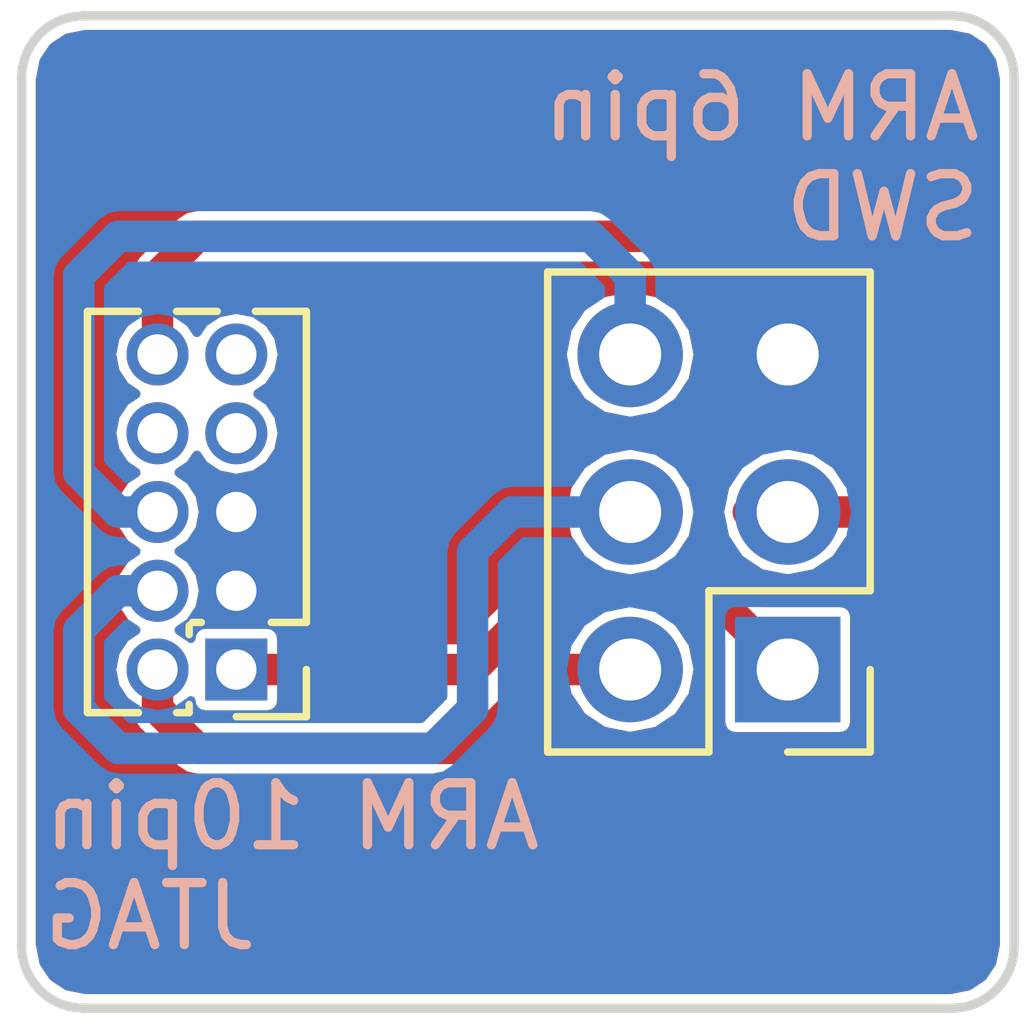
<source format=kicad_pcb>
(kicad_pcb (version 4) (host pcbnew 4.0.7)

  (general
    (links 7)
    (no_connects 0)
    (area 140.624981 91.745 160.660972 108.255001)
    (thickness 1.6)
    (drawings 10)
    (tracks 49)
    (zones 0)
    (modules 2)
    (nets 7)
  )

  (page A4)
  (title_block
    (title "ARM 10pin JTAG 0.05\" to ARM 6pin SWD 0.1\" Adapter")
    (date 2018-01-13)
    (rev 1)
    (comment 3 "Grid Origin: 150, 100")
    (comment 4 "License: CC-BY-SA 4.0")
  )

  (layers
    (0 F.Cu signal)
    (31 B.Cu signal)
    (32 B.Adhes user)
    (33 F.Adhes user)
    (34 B.Paste user)
    (35 F.Paste user)
    (36 B.SilkS user)
    (37 F.SilkS user)
    (38 B.Mask user)
    (39 F.Mask user)
    (40 Dwgs.User user)
    (41 Cmts.User user)
    (42 Eco1.User user)
    (43 Eco2.User user)
    (44 Edge.Cuts user)
    (45 Margin user)
    (46 B.CrtYd user)
    (47 F.CrtYd user)
    (48 B.Fab user)
    (49 F.Fab user)
  )

  (setup
    (last_trace_width 0.1524)
    (user_trace_width 0.254)
    (user_trace_width 0.508)
    (user_trace_width 1.016)
    (user_trace_width 1.27)
    (trace_clearance 0.1524)
    (zone_clearance 0.1524)
    (zone_45_only no)
    (trace_min 0.1524)
    (segment_width 0.2)
    (edge_width 0.15)
    (via_size 0.4572)
    (via_drill 0.3048)
    (via_min_size 0.4572)
    (via_min_drill 0.3048)
    (uvia_size 0.508)
    (uvia_drill 0.127)
    (uvias_allowed no)
    (uvia_min_size 0.508)
    (uvia_min_drill 0.127)
    (pcb_text_width 0.3)
    (pcb_text_size 1.5 1.5)
    (mod_edge_width 0.15)
    (mod_text_size 1 1)
    (mod_text_width 0.15)
    (pad_size 1.524 1.524)
    (pad_drill 0.762)
    (pad_to_mask_clearance 0.2)
    (aux_axis_origin 0 0)
    (grid_origin 150 100)
    (visible_elements FFFFFF7F)
    (pcbplotparams
      (layerselection 0x010fc_80000001)
      (usegerberextensions false)
      (excludeedgelayer true)
      (linewidth 0.100000)
      (plotframeref false)
      (viasonmask false)
      (mode 1)
      (useauxorigin false)
      (hpglpennumber 1)
      (hpglpenspeed 20)
      (hpglpendiameter 15)
      (hpglpenoverlay 2)
      (psnegative false)
      (psa4output false)
      (plotreference true)
      (plotvalue true)
      (plotinvisibletext false)
      (padsonsilk false)
      (subtractmaskfromsilk false)
      (outputformat 1)
      (mirror false)
      (drillshape 0)
      (scaleselection 1)
      (outputdirectory Gerber/))
  )

  (net 0 "")
  (net 1 /VTref)
  (net 2 /SWDIO)
  (net 3 /GND)
  (net 4 /SWCLK)
  (net 5 /SWO)
  (net 6 /nRESET)

  (net_class Default "This is the default net class."
    (clearance 0.1524)
    (trace_width 0.1524)
    (via_dia 0.4572)
    (via_drill 0.3048)
    (uvia_dia 0.508)
    (uvia_drill 0.127)
    (add_net /GND)
    (add_net /SWCLK)
    (add_net /SWDIO)
    (add_net /SWO)
    (add_net /VTref)
    (add_net /nRESET)
  )

  (module Connector_PinHeader_1.27mm:PinHeader_2x05_P1.27mm_Vertical (layer F.Cu) (tedit 5A5A3915) (tstamp 5A5A23FA)
    (at 147.46 102.54 180)
    (descr "Through hole straight pin header, 2x05, 1.27mm pitch, double rows")
    (tags "Through hole pin header THT 2x05 1.27mm double row")
    (path /5A5A0DBA)
    (fp_text reference J1 (at 0.635 -1.695 180) (layer F.SilkS) hide
      (effects (font (size 1 1) (thickness 0.15)))
    )
    (fp_text value "ARM 10pin JTAG" (at 0.635 6.775 180) (layer F.Fab) hide
      (effects (font (size 1 1) (thickness 0.15)))
    )
    (fp_line (start -0.2175 -0.635) (end 2.34 -0.635) (layer F.Fab) (width 0.1))
    (fp_line (start 2.34 -0.635) (end 2.34 5.715) (layer F.Fab) (width 0.1))
    (fp_line (start 2.34 5.715) (end -1.07 5.715) (layer F.Fab) (width 0.1))
    (fp_line (start -1.07 5.715) (end -1.07 0.2175) (layer F.Fab) (width 0.1))
    (fp_line (start -1.07 0.2175) (end -0.2175 -0.635) (layer F.Fab) (width 0.1))
    (fp_line (start -1.13 5.775) (end -0.30753 5.775) (layer F.SilkS) (width 0.12))
    (fp_line (start 1.57753 5.775) (end 2.4 5.775) (layer F.SilkS) (width 0.12))
    (fp_line (start 0.30753 5.775) (end 0.96247 5.775) (layer F.SilkS) (width 0.12))
    (fp_line (start -1.13 0.76) (end -1.13 5.775) (layer F.SilkS) (width 0.12))
    (fp_line (start 2.4 -0.695) (end 2.4 5.775) (layer F.SilkS) (width 0.12))
    (fp_line (start -1.13 0.76) (end -0.563471 0.76) (layer F.SilkS) (width 0.12))
    (fp_line (start 0.563471 0.76) (end 0.706529 0.76) (layer F.SilkS) (width 0.12))
    (fp_line (start 0.76 0.706529) (end 0.76 0.563471) (layer F.SilkS) (width 0.12))
    (fp_line (start 0.76 -0.563471) (end 0.76 -0.695) (layer F.SilkS) (width 0.12))
    (fp_line (start 0.76 -0.695) (end 0.96247 -0.695) (layer F.SilkS) (width 0.12))
    (fp_line (start 1.57753 -0.695) (end 2.4 -0.695) (layer F.SilkS) (width 0.12))
    (fp_line (start -1.13 0) (end -1.13 -0.76) (layer F.SilkS) (width 0.12))
    (fp_line (start -1.13 -0.76) (end 0 -0.76) (layer F.SilkS) (width 0.12))
    (fp_line (start -1.6 -1.15) (end -1.6 6.25) (layer F.CrtYd) (width 0.05))
    (fp_line (start -1.6 6.25) (end 2.85 6.25) (layer F.CrtYd) (width 0.05))
    (fp_line (start 2.85 6.25) (end 2.85 -1.15) (layer F.CrtYd) (width 0.05))
    (fp_line (start 2.85 -1.15) (end -1.6 -1.15) (layer F.CrtYd) (width 0.05))
    (fp_text user %R (at 0.635 2.54 270) (layer F.Fab)
      (effects (font (size 1 1) (thickness 0.15)))
    )
    (pad 1 thru_hole rect (at 0 0 180) (size 1 1) (drill 0.65) (layers *.Cu *.Mask)
      (net 1 /VTref))
    (pad 2 thru_hole oval (at 1.27 0 180) (size 1 1) (drill 0.65) (layers *.Cu *.Mask)
      (net 2 /SWDIO))
    (pad 3 thru_hole oval (at 0 1.27 180) (size 1 1) (drill 0.65) (layers *.Cu *.Mask)
      (net 3 /GND))
    (pad 4 thru_hole oval (at 1.27 1.27 180) (size 1 1) (drill 0.65) (layers *.Cu *.Mask)
      (net 4 /SWCLK))
    (pad 5 thru_hole oval (at 0 2.54 180) (size 1 1) (drill 0.65) (layers *.Cu *.Mask)
      (net 3 /GND))
    (pad 6 thru_hole oval (at 1.27 2.54 180) (size 1 1) (drill 0.65) (layers *.Cu *.Mask)
      (net 5 /SWO))
    (pad 7 thru_hole oval (at 0 3.81 180) (size 1 1) (drill 0.65) (layers *.Cu *.Mask))
    (pad 8 thru_hole oval (at 1.27 3.81 180) (size 1 1) (drill 0.65) (layers *.Cu *.Mask))
    (pad 9 thru_hole oval (at 0 5.08 180) (size 1 1) (drill 0.65) (layers *.Cu *.Mask))
    (pad 10 thru_hole oval (at 1.27 5.08 180) (size 1 1) (drill 0.65) (layers *.Cu *.Mask)
      (net 6 /nRESET))
    (model ${KISYS3DMOD}/Connector_PinHeader_1.27mm.3dshapes/PinHeader_2x05_P1.27mm_Vertical.wrl
      (at (xyz 0 0 0))
      (scale (xyz 1 1 1))
      (rotate (xyz 0 0 0))
    )
  )

  (module Connector_PinHeader_2.54mm:PinHeader_2x03_P2.54mm_Vertical (layer F.Cu) (tedit 5A5A3919) (tstamp 5A5A2404)
    (at 156.35 102.54 180)
    (descr "Through hole straight pin header, 2x03, 2.54mm pitch, double rows")
    (tags "Through hole pin header THT 2x03 2.54mm double row")
    (path /5A5A0DA2)
    (fp_text reference J2 (at 1.27 -2.33 180) (layer F.SilkS) hide
      (effects (font (size 1 1) (thickness 0.15)))
    )
    (fp_text value "ARM 6pin SWD" (at 1.27 7.41 180) (layer F.Fab) hide
      (effects (font (size 1 1) (thickness 0.15)))
    )
    (fp_line (start 0 -1.27) (end 3.81 -1.27) (layer F.Fab) (width 0.1))
    (fp_line (start 3.81 -1.27) (end 3.81 6.35) (layer F.Fab) (width 0.1))
    (fp_line (start 3.81 6.35) (end -1.27 6.35) (layer F.Fab) (width 0.1))
    (fp_line (start -1.27 6.35) (end -1.27 0) (layer F.Fab) (width 0.1))
    (fp_line (start -1.27 0) (end 0 -1.27) (layer F.Fab) (width 0.1))
    (fp_line (start -1.33 6.41) (end 3.87 6.41) (layer F.SilkS) (width 0.12))
    (fp_line (start -1.33 1.27) (end -1.33 6.41) (layer F.SilkS) (width 0.12))
    (fp_line (start 3.87 -1.33) (end 3.87 6.41) (layer F.SilkS) (width 0.12))
    (fp_line (start -1.33 1.27) (end 1.27 1.27) (layer F.SilkS) (width 0.12))
    (fp_line (start 1.27 1.27) (end 1.27 -1.33) (layer F.SilkS) (width 0.12))
    (fp_line (start 1.27 -1.33) (end 3.87 -1.33) (layer F.SilkS) (width 0.12))
    (fp_line (start -1.33 0) (end -1.33 -1.33) (layer F.SilkS) (width 0.12))
    (fp_line (start -1.33 -1.33) (end 0 -1.33) (layer F.SilkS) (width 0.12))
    (fp_line (start -1.8 -1.8) (end -1.8 6.85) (layer F.CrtYd) (width 0.05))
    (fp_line (start -1.8 6.85) (end 4.35 6.85) (layer F.CrtYd) (width 0.05))
    (fp_line (start 4.35 6.85) (end 4.35 -1.8) (layer F.CrtYd) (width 0.05))
    (fp_line (start 4.35 -1.8) (end -1.8 -1.8) (layer F.CrtYd) (width 0.05))
    (fp_text user %R (at 1.27 2.54 270) (layer F.Fab)
      (effects (font (size 1 1) (thickness 0.15)))
    )
    (pad 1 thru_hole rect (at 0 0 180) (size 1.7 1.7) (drill 1) (layers *.Cu *.Mask)
      (net 1 /VTref))
    (pad 2 thru_hole oval (at 2.54 0 180) (size 1.7 1.7) (drill 1) (layers *.Cu *.Mask)
      (net 2 /SWDIO))
    (pad 3 thru_hole oval (at 0 2.54 180) (size 1.7 1.7) (drill 1) (layers *.Cu *.Mask)
      (net 6 /nRESET))
    (pad 4 thru_hole oval (at 2.54 2.54 180) (size 1.7 1.7) (drill 1) (layers *.Cu *.Mask)
      (net 4 /SWCLK))
    (pad 5 thru_hole oval (at 0 5.08 180) (size 1.7 1.7) (drill 1) (layers *.Cu *.Mask)
      (net 3 /GND))
    (pad 6 thru_hole oval (at 2.54 5.08 180) (size 1.7 1.7) (drill 1) (layers *.Cu *.Mask)
      (net 5 /SWO))
    (model ${KISYS3DMOD}/Connector_PinHeader_2.54mm.3dshapes/PinHeader_2x03_P2.54mm_Vertical.wrl
      (at (xyz 0 0 0))
      (scale (xyz 1 1 1))
      (rotate (xyz 0 0 0))
    )
  )

  (gr_text "ARM 10pin\nJTAG" (at 144.285 105.715) (layer B.SilkS)
    (effects (font (size 1 1) (thickness 0.15)) (justify right mirror))
  )
  (gr_text "ARM 6pin\nSWD" (at 159.525 94.285) (layer B.SilkS)
    (effects (font (size 1 1) (thickness 0.15)) (justify left mirror))
  )
  (gr_arc (start 159 107) (end 160 107) (angle 90) (layer Edge.Cuts) (width 0.15))
  (gr_arc (start 145 107) (end 145 108) (angle 90) (layer Edge.Cuts) (width 0.15))
  (gr_arc (start 145 93) (end 144 93) (angle 90) (layer Edge.Cuts) (width 0.15))
  (gr_arc (start 159 93) (end 159 92) (angle 90) (layer Edge.Cuts) (width 0.15))
  (gr_line (start 160 107) (end 160 93) (angle 90) (layer Edge.Cuts) (width 0.15))
  (gr_line (start 145 108) (end 159 108) (angle 90) (layer Edge.Cuts) (width 0.15))
  (gr_line (start 144 93) (end 144 107) (angle 90) (layer Edge.Cuts) (width 0.15))
  (gr_line (start 159 92) (end 145 92) (angle 90) (layer Edge.Cuts) (width 0.15))

  (segment (start 147.46 102.54) (end 151.27 102.54) (width 0.508) (layer F.Cu) (net 1))
  (segment (start 155.08 101.27) (end 156.35 102.54) (width 0.508) (layer F.Cu) (net 1) (tstamp 5A5A37B1))
  (segment (start 152.54 101.27) (end 155.08 101.27) (width 0.508) (layer F.Cu) (net 1) (tstamp 5A5A37B0))
  (segment (start 151.27 102.54) (end 152.54 101.27) (width 0.508) (layer F.Cu) (net 1) (tstamp 5A5A37AF))
  (segment (start 153.81 102.54) (end 152.54 102.54) (width 0.508) (layer F.Cu) (net 2))
  (segment (start 146.825 103.81) (end 146.19 103.175) (width 0.508) (layer F.Cu) (net 2) (tstamp 5A5A383B))
  (segment (start 151.27 103.81) (end 146.825 103.81) (width 0.508) (layer F.Cu) (net 2) (tstamp 5A5A383A))
  (segment (start 152.54 102.54) (end 151.27 103.81) (width 0.508) (layer F.Cu) (net 2) (tstamp 5A5A3839))
  (segment (start 146.19 102.54) (end 146.19 103.175) (width 0.508) (layer F.Cu) (net 2))
  (segment (start 147.46 101.27) (end 149.365 101.27) (width 0.508) (layer F.Cu) (net 3))
  (segment (start 150 100.635) (end 150 100) (width 0.508) (layer F.Cu) (net 3) (tstamp 5A5A3786))
  (segment (start 149.365 101.27) (end 150 100.635) (width 0.508) (layer F.Cu) (net 3) (tstamp 5A5A3785))
  (segment (start 147.46 100) (end 150 100) (width 0.508) (layer F.Cu) (net 3))
  (segment (start 155.08 98.73) (end 156.35 97.46) (width 0.508) (layer F.Cu) (net 3) (tstamp 5A5A3782))
  (segment (start 150 100) (end 150 99.365) (width 0.508) (layer F.Cu) (net 3) (tstamp 5A5A377F))
  (segment (start 150 99.365) (end 150.635 98.73) (width 0.508) (layer F.Cu) (net 3) (tstamp 5A5A3780))
  (segment (start 150.635 98.73) (end 155.08 98.73) (width 0.508) (layer F.Cu) (net 3) (tstamp 5A5A3781))
  (segment (start 147.46 100) (end 150 100) (width 0.508) (layer B.Cu) (net 3))
  (segment (start 147.46 101.27) (end 149.365 101.27) (width 0.508) (layer B.Cu) (net 3))
  (segment (start 149.365 101.27) (end 150 100.635) (width 0.508) (layer B.Cu) (net 3) (tstamp 5A5A3773))
  (segment (start 150 100.635) (end 150 100) (width 0.508) (layer B.Cu) (net 3) (tstamp 5A5A3774))
  (segment (start 150 100) (end 150 99.365) (width 0.508) (layer B.Cu) (net 3) (tstamp 5A5A377C))
  (segment (start 150 99.365) (end 150.635 98.73) (width 0.508) (layer B.Cu) (net 3) (tstamp 5A5A3777))
  (segment (start 150.635 98.73) (end 155.08 98.73) (width 0.508) (layer B.Cu) (net 3) (tstamp 5A5A376A))
  (segment (start 155.08 98.73) (end 156.35 97.46) (width 0.508) (layer B.Cu) (net 3) (tstamp 5A5A376B))
  (segment (start 146.19 101.27) (end 145.555 101.27) (width 0.508) (layer B.Cu) (net 4))
  (segment (start 151.905 100) (end 153.81 100) (width 0.508) (layer B.Cu) (net 4) (tstamp 5A5A3791))
  (segment (start 151.27 100.635) (end 151.905 100) (width 0.508) (layer B.Cu) (net 4) (tstamp 5A5A3790))
  (segment (start 151.27 103.175) (end 151.27 100.635) (width 0.508) (layer B.Cu) (net 4) (tstamp 5A5A378F))
  (segment (start 150.635 103.81) (end 151.27 103.175) (width 0.508) (layer B.Cu) (net 4) (tstamp 5A5A378E))
  (segment (start 145.555 103.81) (end 150.635 103.81) (width 0.508) (layer B.Cu) (net 4) (tstamp 5A5A378D))
  (segment (start 144.92 103.175) (end 145.555 103.81) (width 0.508) (layer B.Cu) (net 4) (tstamp 5A5A378C))
  (segment (start 144.92 101.905) (end 144.92 103.175) (width 0.508) (layer B.Cu) (net 4) (tstamp 5A5A378B))
  (segment (start 145.555 101.27) (end 144.92 101.905) (width 0.508) (layer B.Cu) (net 4) (tstamp 5A5A378A))
  (segment (start 146.19 100) (end 145.555 100) (width 0.508) (layer B.Cu) (net 5))
  (segment (start 153.81 96.19) (end 153.81 97.46) (width 0.508) (layer B.Cu) (net 5) (tstamp 5A5A3762))
  (segment (start 153.175 95.555) (end 153.81 96.19) (width 0.508) (layer B.Cu) (net 5) (tstamp 5A5A3761))
  (segment (start 145.555 95.555) (end 153.175 95.555) (width 0.508) (layer B.Cu) (net 5) (tstamp 5A5A3760))
  (segment (start 144.92 96.19) (end 145.555 95.555) (width 0.508) (layer B.Cu) (net 5) (tstamp 5A5A375F))
  (segment (start 144.92 99.365) (end 144.92 96.19) (width 0.508) (layer B.Cu) (net 5) (tstamp 5A5A375E))
  (segment (start 145.555 100) (end 144.92 99.365) (width 0.508) (layer B.Cu) (net 5) (tstamp 5A5A375D))
  (segment (start 146.19 97.46) (end 146.19 96.19) (width 0.508) (layer F.Cu) (net 6))
  (segment (start 157.62 100) (end 156.35 100) (width 0.508) (layer F.Cu) (net 6) (tstamp 5A5A3747))
  (segment (start 158.255 99.365) (end 157.62 100) (width 0.508) (layer F.Cu) (net 6) (tstamp 5A5A3746))
  (segment (start 158.255 96.19) (end 158.255 99.365) (width 0.508) (layer F.Cu) (net 6) (tstamp 5A5A3745))
  (segment (start 157.62 95.555) (end 158.255 96.19) (width 0.508) (layer F.Cu) (net 6) (tstamp 5A5A3744))
  (segment (start 146.825 95.555) (end 157.62 95.555) (width 0.508) (layer F.Cu) (net 6) (tstamp 5A5A3743))
  (segment (start 146.19 96.19) (end 146.825 95.555) (width 0.508) (layer F.Cu) (net 6) (tstamp 5A5A3742))
  (segment (start 156.35 100) (end 155.715 100) (width 0.508) (layer F.Cu) (net 6) (tstamp 5A5A24D8))

  (zone (net 3) (net_name /GND) (layer F.Cu) (tstamp 5A5A37B4) (hatch edge 0.508)
    (connect_pads yes (clearance 0.1524))
    (min_thickness 0.1524)
    (fill yes (arc_segments 16) (thermal_gap 0.254) (thermal_bridge_width 0.635))
    (polygon
      (pts
        (xy 160.16 108.255) (xy 143.65 108.255) (xy 143.65 91.745) (xy 160.16 91.745)
      )
    )
    (filled_polygon
      (pts
        (xy 159.264224 92.362104) (xy 159.488224 92.511776) (xy 159.637896 92.735776) (xy 159.6964 93.029899) (xy 159.6964 106.970101)
        (xy 159.637896 107.264224) (xy 159.488224 107.488224) (xy 159.264224 107.637896) (xy 158.970101 107.6964) (xy 145.029899 107.6964)
        (xy 144.735776 107.637896) (xy 144.511776 107.488224) (xy 144.362104 107.264224) (xy 144.3036 106.970101) (xy 144.3036 97.46)
        (xy 145.447126 97.46) (xy 145.502587 97.738823) (xy 145.660528 97.975198) (xy 145.839824 98.095) (xy 145.660528 98.214802)
        (xy 145.502587 98.451177) (xy 145.447126 98.73) (xy 145.502587 99.008823) (xy 145.660528 99.245198) (xy 145.839824 99.365)
        (xy 145.660528 99.484802) (xy 145.502587 99.721177) (xy 145.447126 100) (xy 145.502587 100.278823) (xy 145.660528 100.515198)
        (xy 145.839824 100.635) (xy 145.660528 100.754802) (xy 145.502587 100.991177) (xy 145.447126 101.27) (xy 145.502587 101.548823)
        (xy 145.660528 101.785198) (xy 145.839824 101.905) (xy 145.660528 102.024802) (xy 145.502587 102.261177) (xy 145.447126 102.54)
        (xy 145.502587 102.818823) (xy 145.660528 103.055198) (xy 145.7074 103.086517) (xy 145.7074 103.175) (xy 145.744136 103.359683)
        (xy 145.84875 103.51625) (xy 146.483748 104.151247) (xy 146.48375 104.15125) (xy 146.640317 104.255864) (xy 146.825 104.292601)
        (xy 146.825005 104.2926) (xy 151.27 104.2926) (xy 151.454683 104.255864) (xy 151.61125 104.15125) (xy 152.7399 103.0226)
        (xy 152.839037 103.0226) (xy 153.026184 103.302685) (xy 153.376107 103.536496) (xy 153.788869 103.6186) (xy 153.831131 103.6186)
        (xy 154.243893 103.536496) (xy 154.593816 103.302685) (xy 154.827627 102.952762) (xy 154.909731 102.54) (xy 154.827627 102.127238)
        (xy 154.593816 101.777315) (xy 154.556827 101.7526) (xy 154.8801 101.7526) (xy 155.266922 102.139422) (xy 155.266922 103.39)
        (xy 155.282862 103.474714) (xy 155.332928 103.552518) (xy 155.40932 103.604715) (xy 155.5 103.623078) (xy 157.2 103.623078)
        (xy 157.284714 103.607138) (xy 157.362518 103.557072) (xy 157.414715 103.48068) (xy 157.433078 103.39) (xy 157.433078 101.69)
        (xy 157.417138 101.605286) (xy 157.367072 101.527482) (xy 157.29068 101.475285) (xy 157.2 101.456922) (xy 155.949422 101.456922)
        (xy 155.42125 100.92875) (xy 155.264683 100.824136) (xy 155.08 100.7874) (xy 154.556827 100.7874) (xy 154.593816 100.762685)
        (xy 154.827627 100.412762) (xy 154.909731 100) (xy 154.827627 99.587238) (xy 154.593816 99.237315) (xy 154.243893 99.003504)
        (xy 153.831131 98.9214) (xy 153.788869 98.9214) (xy 153.376107 99.003504) (xy 153.026184 99.237315) (xy 152.792373 99.587238)
        (xy 152.710269 100) (xy 152.792373 100.412762) (xy 153.026184 100.762685) (xy 153.063173 100.7874) (xy 152.54 100.7874)
        (xy 152.355317 100.824136) (xy 152.19875 100.92875) (xy 151.0701 102.0574) (xy 148.193078 102.0574) (xy 148.193078 102.04)
        (xy 148.177138 101.955286) (xy 148.127072 101.877482) (xy 148.05068 101.825285) (xy 147.96 101.806922) (xy 146.96 101.806922)
        (xy 146.875286 101.822862) (xy 146.797482 101.872928) (xy 146.745285 101.94932) (xy 146.727551 102.036893) (xy 146.719472 102.024802)
        (xy 146.540176 101.905) (xy 146.719472 101.785198) (xy 146.877413 101.548823) (xy 146.932874 101.27) (xy 146.877413 100.991177)
        (xy 146.719472 100.754802) (xy 146.540176 100.635) (xy 146.719472 100.515198) (xy 146.877413 100.278823) (xy 146.932874 100)
        (xy 146.877413 99.721177) (xy 146.719472 99.484802) (xy 146.540176 99.365) (xy 146.719472 99.245198) (xy 146.825 99.087264)
        (xy 146.930528 99.245198) (xy 147.166903 99.403139) (xy 147.445726 99.4586) (xy 147.474274 99.4586) (xy 147.753097 99.403139)
        (xy 147.989472 99.245198) (xy 148.147413 99.008823) (xy 148.202874 98.73) (xy 148.147413 98.451177) (xy 147.989472 98.214802)
        (xy 147.810176 98.095) (xy 147.989472 97.975198) (xy 148.147413 97.738823) (xy 148.202874 97.46) (xy 152.710269 97.46)
        (xy 152.792373 97.872762) (xy 153.026184 98.222685) (xy 153.376107 98.456496) (xy 153.788869 98.5386) (xy 153.831131 98.5386)
        (xy 154.243893 98.456496) (xy 154.593816 98.222685) (xy 154.827627 97.872762) (xy 154.909731 97.46) (xy 154.827627 97.047238)
        (xy 154.593816 96.697315) (xy 154.243893 96.463504) (xy 153.831131 96.3814) (xy 153.788869 96.3814) (xy 153.376107 96.463504)
        (xy 153.026184 96.697315) (xy 152.792373 97.047238) (xy 152.710269 97.46) (xy 148.202874 97.46) (xy 148.147413 97.181177)
        (xy 147.989472 96.944802) (xy 147.753097 96.786861) (xy 147.474274 96.7314) (xy 147.445726 96.7314) (xy 147.166903 96.786861)
        (xy 146.930528 96.944802) (xy 146.825 97.102736) (xy 146.719472 96.944802) (xy 146.6726 96.913483) (xy 146.6726 96.3899)
        (xy 147.024899 96.0376) (xy 157.4201 96.0376) (xy 157.7724 96.389899) (xy 157.7724 99.165101) (xy 157.4201 99.5174)
        (xy 157.320963 99.5174) (xy 157.133816 99.237315) (xy 156.783893 99.003504) (xy 156.371131 98.9214) (xy 156.328869 98.9214)
        (xy 155.916107 99.003504) (xy 155.566184 99.237315) (xy 155.332373 99.587238) (xy 155.294579 99.777238) (xy 155.269136 99.815317)
        (xy 155.2324 100) (xy 155.269136 100.184683) (xy 155.294579 100.222762) (xy 155.332373 100.412762) (xy 155.566184 100.762685)
        (xy 155.916107 100.996496) (xy 156.328869 101.0786) (xy 156.371131 101.0786) (xy 156.783893 100.996496) (xy 157.133816 100.762685)
        (xy 157.320963 100.4826) (xy 157.62 100.4826) (xy 157.804683 100.445864) (xy 157.96125 100.34125) (xy 158.596247 99.706252)
        (xy 158.59625 99.70625) (xy 158.700864 99.549683) (xy 158.730014 99.403139) (xy 158.737601 99.365) (xy 158.7376 99.364995)
        (xy 158.7376 96.190005) (xy 158.737601 96.19) (xy 158.700864 96.005317) (xy 158.627988 95.89625) (xy 158.59625 95.84875)
        (xy 158.596247 95.848748) (xy 157.96125 95.21375) (xy 157.804683 95.109136) (xy 157.62 95.0724) (xy 146.825005 95.0724)
        (xy 146.825 95.072399) (xy 146.640317 95.109136) (xy 146.48375 95.21375) (xy 146.483748 95.213753) (xy 145.84875 95.84875)
        (xy 145.744136 96.005317) (xy 145.7074 96.19) (xy 145.7074 96.913483) (xy 145.660528 96.944802) (xy 145.502587 97.181177)
        (xy 145.447126 97.46) (xy 144.3036 97.46) (xy 144.3036 93.029899) (xy 144.362104 92.735776) (xy 144.511776 92.511776)
        (xy 144.735776 92.362104) (xy 145.029899 92.3036) (xy 158.970101 92.3036)
      )
    )
  )
  (zone (net 3) (net_name /GND) (layer B.Cu) (tstamp 5A5A37C5) (hatch edge 0.508)
    (connect_pads yes (clearance 0.1524))
    (min_thickness 0.1524)
    (fill yes (arc_segments 16) (thermal_gap 0.254) (thermal_bridge_width 0.635))
    (polygon
      (pts
        (xy 160.16 108.255) (xy 143.65 108.255) (xy 143.65 91.745) (xy 160.16 91.745)
      )
    )
    (filled_polygon
      (pts
        (xy 159.264224 92.362104) (xy 159.488224 92.511776) (xy 159.637896 92.735776) (xy 159.6964 93.029899) (xy 159.6964 106.970101)
        (xy 159.637896 107.264224) (xy 159.488224 107.488224) (xy 159.264224 107.637896) (xy 158.970101 107.6964) (xy 145.029899 107.6964)
        (xy 144.735776 107.637896) (xy 144.511776 107.488224) (xy 144.362104 107.264224) (xy 144.3036 106.970101) (xy 144.3036 96.19)
        (xy 144.4374 96.19) (xy 144.4374 99.365) (xy 144.474136 99.549683) (xy 144.57875 99.70625) (xy 145.213748 100.341247)
        (xy 145.21375 100.34125) (xy 145.320776 100.412762) (xy 145.370317 100.445864) (xy 145.555 100.482601) (xy 145.555005 100.4826)
        (xy 145.638747 100.4826) (xy 145.660528 100.515198) (xy 145.839824 100.635) (xy 145.660528 100.754802) (xy 145.638747 100.7874)
        (xy 145.555005 100.7874) (xy 145.555 100.787399) (xy 145.370317 100.824136) (xy 145.21375 100.92875) (xy 145.213748 100.928753)
        (xy 144.57875 101.56375) (xy 144.474136 101.720317) (xy 144.4374 101.905) (xy 144.4374 103.175) (xy 144.474136 103.359683)
        (xy 144.57875 103.51625) (xy 145.213748 104.151247) (xy 145.21375 104.15125) (xy 145.370317 104.255864) (xy 145.555 104.292601)
        (xy 145.555005 104.2926) (xy 150.635 104.2926) (xy 150.819683 104.255864) (xy 150.97625 104.15125) (xy 151.611247 103.516252)
        (xy 151.61125 103.51625) (xy 151.715864 103.359683) (xy 151.745014 103.213139) (xy 151.752601 103.175) (xy 151.7526 103.174995)
        (xy 151.7526 102.54) (xy 152.710269 102.54) (xy 152.792373 102.952762) (xy 153.026184 103.302685) (xy 153.376107 103.536496)
        (xy 153.788869 103.6186) (xy 153.831131 103.6186) (xy 154.243893 103.536496) (xy 154.593816 103.302685) (xy 154.827627 102.952762)
        (xy 154.909731 102.54) (xy 154.827627 102.127238) (xy 154.593816 101.777315) (xy 154.46314 101.69) (xy 155.266922 101.69)
        (xy 155.266922 103.39) (xy 155.282862 103.474714) (xy 155.332928 103.552518) (xy 155.40932 103.604715) (xy 155.5 103.623078)
        (xy 157.2 103.623078) (xy 157.284714 103.607138) (xy 157.362518 103.557072) (xy 157.414715 103.48068) (xy 157.433078 103.39)
        (xy 157.433078 101.69) (xy 157.417138 101.605286) (xy 157.367072 101.527482) (xy 157.29068 101.475285) (xy 157.2 101.456922)
        (xy 155.5 101.456922) (xy 155.415286 101.472862) (xy 155.337482 101.522928) (xy 155.285285 101.59932) (xy 155.266922 101.69)
        (xy 154.46314 101.69) (xy 154.243893 101.543504) (xy 153.831131 101.4614) (xy 153.788869 101.4614) (xy 153.376107 101.543504)
        (xy 153.026184 101.777315) (xy 152.792373 102.127238) (xy 152.710269 102.54) (xy 151.7526 102.54) (xy 151.7526 100.8349)
        (xy 152.104899 100.4826) (xy 152.839037 100.4826) (xy 153.026184 100.762685) (xy 153.376107 100.996496) (xy 153.788869 101.0786)
        (xy 153.831131 101.0786) (xy 154.243893 100.996496) (xy 154.593816 100.762685) (xy 154.827627 100.412762) (xy 154.909731 100)
        (xy 155.250269 100) (xy 155.332373 100.412762) (xy 155.566184 100.762685) (xy 155.916107 100.996496) (xy 156.328869 101.0786)
        (xy 156.371131 101.0786) (xy 156.783893 100.996496) (xy 157.133816 100.762685) (xy 157.367627 100.412762) (xy 157.449731 100)
        (xy 157.367627 99.587238) (xy 157.133816 99.237315) (xy 156.783893 99.003504) (xy 156.371131 98.9214) (xy 156.328869 98.9214)
        (xy 155.916107 99.003504) (xy 155.566184 99.237315) (xy 155.332373 99.587238) (xy 155.250269 100) (xy 154.909731 100)
        (xy 154.827627 99.587238) (xy 154.593816 99.237315) (xy 154.243893 99.003504) (xy 153.831131 98.9214) (xy 153.788869 98.9214)
        (xy 153.376107 99.003504) (xy 153.026184 99.237315) (xy 152.839037 99.5174) (xy 151.905005 99.5174) (xy 151.905 99.517399)
        (xy 151.720317 99.554136) (xy 151.56375 99.65875) (xy 151.563748 99.658753) (xy 150.92875 100.29375) (xy 150.824136 100.450317)
        (xy 150.7874 100.635) (xy 150.7874 102.975101) (xy 150.4351 103.3274) (xy 145.754899 103.3274) (xy 145.4026 102.9751)
        (xy 145.4026 102.1049) (xy 145.697558 101.809941) (xy 145.839824 101.905) (xy 145.660528 102.024802) (xy 145.502587 102.261177)
        (xy 145.447126 102.54) (xy 145.502587 102.818823) (xy 145.660528 103.055198) (xy 145.896903 103.213139) (xy 146.175726 103.2686)
        (xy 146.204274 103.2686) (xy 146.483097 103.213139) (xy 146.719472 103.055198) (xy 146.727516 103.043159) (xy 146.742862 103.124714)
        (xy 146.792928 103.202518) (xy 146.86932 103.254715) (xy 146.96 103.273078) (xy 147.96 103.273078) (xy 148.044714 103.257138)
        (xy 148.122518 103.207072) (xy 148.174715 103.13068) (xy 148.193078 103.04) (xy 148.193078 102.04) (xy 148.177138 101.955286)
        (xy 148.127072 101.877482) (xy 148.05068 101.825285) (xy 147.96 101.806922) (xy 146.96 101.806922) (xy 146.875286 101.822862)
        (xy 146.797482 101.872928) (xy 146.745285 101.94932) (xy 146.727551 102.036893) (xy 146.719472 102.024802) (xy 146.540176 101.905)
        (xy 146.719472 101.785198) (xy 146.877413 101.548823) (xy 146.932874 101.27) (xy 146.877413 100.991177) (xy 146.719472 100.754802)
        (xy 146.540176 100.635) (xy 146.719472 100.515198) (xy 146.877413 100.278823) (xy 146.932874 100) (xy 146.877413 99.721177)
        (xy 146.719472 99.484802) (xy 146.540176 99.365) (xy 146.719472 99.245198) (xy 146.825 99.087264) (xy 146.930528 99.245198)
        (xy 147.166903 99.403139) (xy 147.445726 99.4586) (xy 147.474274 99.4586) (xy 147.753097 99.403139) (xy 147.989472 99.245198)
        (xy 148.147413 99.008823) (xy 148.202874 98.73) (xy 148.147413 98.451177) (xy 147.989472 98.214802) (xy 147.810176 98.095)
        (xy 147.989472 97.975198) (xy 148.147413 97.738823) (xy 148.202874 97.46) (xy 148.147413 97.181177) (xy 147.989472 96.944802)
        (xy 147.753097 96.786861) (xy 147.474274 96.7314) (xy 147.445726 96.7314) (xy 147.166903 96.786861) (xy 146.930528 96.944802)
        (xy 146.825 97.102736) (xy 146.719472 96.944802) (xy 146.483097 96.786861) (xy 146.204274 96.7314) (xy 146.175726 96.7314)
        (xy 145.896903 96.786861) (xy 145.660528 96.944802) (xy 145.502587 97.181177) (xy 145.447126 97.46) (xy 145.502587 97.738823)
        (xy 145.660528 97.975198) (xy 145.839824 98.095) (xy 145.660528 98.214802) (xy 145.502587 98.451177) (xy 145.447126 98.73)
        (xy 145.502587 99.008823) (xy 145.660528 99.245198) (xy 145.839824 99.365) (xy 145.697558 99.460059) (xy 145.4026 99.1651)
        (xy 145.4026 96.3899) (xy 145.754899 96.0376) (xy 152.9751 96.0376) (xy 153.3274 96.389899) (xy 153.3274 96.496049)
        (xy 153.026184 96.697315) (xy 152.792373 97.047238) (xy 152.710269 97.46) (xy 152.792373 97.872762) (xy 153.026184 98.222685)
        (xy 153.376107 98.456496) (xy 153.788869 98.5386) (xy 153.831131 98.5386) (xy 154.243893 98.456496) (xy 154.593816 98.222685)
        (xy 154.827627 97.872762) (xy 154.909731 97.46) (xy 154.827627 97.047238) (xy 154.593816 96.697315) (xy 154.2926 96.496049)
        (xy 154.2926 96.190005) (xy 154.292601 96.19) (xy 154.255864 96.005317) (xy 154.182988 95.89625) (xy 154.15125 95.84875)
        (xy 154.151247 95.848748) (xy 153.51625 95.21375) (xy 153.359683 95.109136) (xy 153.175 95.0724) (xy 145.555005 95.0724)
        (xy 145.555 95.072399) (xy 145.370317 95.109136) (xy 145.21375 95.21375) (xy 145.213748 95.213753) (xy 144.57875 95.84875)
        (xy 144.474136 96.005317) (xy 144.4374 96.19) (xy 144.3036 96.19) (xy 144.3036 93.029899) (xy 144.362104 92.735776)
        (xy 144.511776 92.511776) (xy 144.735776 92.362104) (xy 145.029899 92.3036) (xy 158.970101 92.3036)
      )
    )
  )
)

</source>
